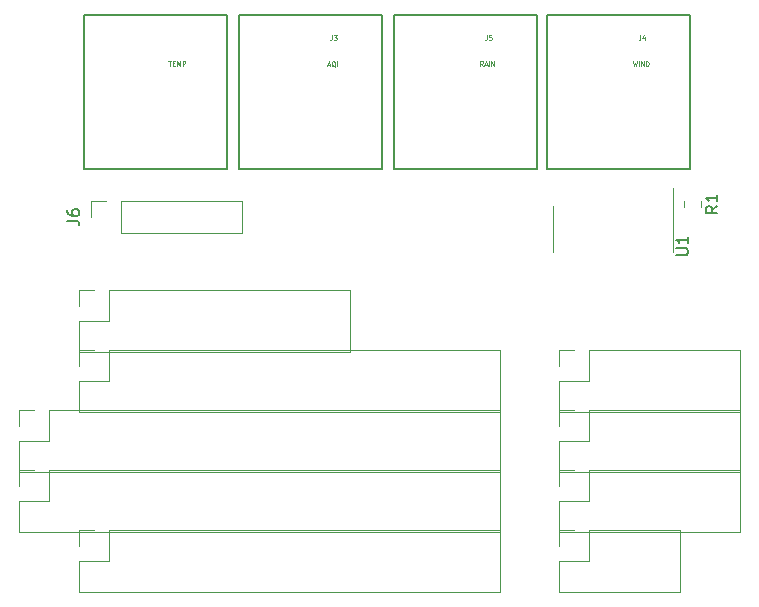
<source format=gto>
G04 #@! TF.GenerationSoftware,KiCad,Pcbnew,7.0.10-7.0.10~ubuntu22.04.1*
G04 #@! TF.CreationDate,2024-01-31T09:27:01+05:30*
G04 #@! TF.ProjectId,bir-weather-hat,6269722d-7765-4617-9468-65722d686174,rev?*
G04 #@! TF.SameCoordinates,Original*
G04 #@! TF.FileFunction,Legend,Top*
G04 #@! TF.FilePolarity,Positive*
%FSLAX46Y46*%
G04 Gerber Fmt 4.6, Leading zero omitted, Abs format (unit mm)*
G04 Created by KiCad (PCBNEW 7.0.10-7.0.10~ubuntu22.04.1) date 2024-01-31 09:27:01*
%MOMM*%
%LPD*%
G01*
G04 APERTURE LIST*
%ADD10C,0.025400*%
%ADD11C,0.150000*%
%ADD12C,0.203200*%
%ADD13C,0.120000*%
G04 APERTURE END LIST*
D10*
X153834533Y-49130287D02*
X153834533Y-49420573D01*
X153834533Y-49420573D02*
X153815180Y-49478630D01*
X153815180Y-49478630D02*
X153776476Y-49517335D01*
X153776476Y-49517335D02*
X153718418Y-49536687D01*
X153718418Y-49536687D02*
X153679714Y-49536687D01*
X154202228Y-49265754D02*
X154202228Y-49536687D01*
X154105466Y-49110935D02*
X154008704Y-49401220D01*
X154008704Y-49401220D02*
X154260285Y-49401220D01*
X153182991Y-51330287D02*
X153279753Y-51736687D01*
X153279753Y-51736687D02*
X153357162Y-51446401D01*
X153357162Y-51446401D02*
X153434572Y-51736687D01*
X153434572Y-51736687D02*
X153531334Y-51330287D01*
X153686152Y-51736687D02*
X153686152Y-51330287D01*
X153879676Y-51736687D02*
X153879676Y-51330287D01*
X153879676Y-51330287D02*
X154111905Y-51736687D01*
X154111905Y-51736687D02*
X154111905Y-51330287D01*
X154305428Y-51736687D02*
X154305428Y-51330287D01*
X154305428Y-51330287D02*
X154402190Y-51330287D01*
X154402190Y-51330287D02*
X154460247Y-51349639D01*
X154460247Y-51349639D02*
X154498952Y-51388344D01*
X154498952Y-51388344D02*
X154518305Y-51427049D01*
X154518305Y-51427049D02*
X154537657Y-51504458D01*
X154537657Y-51504458D02*
X154537657Y-51562515D01*
X154537657Y-51562515D02*
X154518305Y-51639925D01*
X154518305Y-51639925D02*
X154498952Y-51678630D01*
X154498952Y-51678630D02*
X154460247Y-51717335D01*
X154460247Y-51717335D02*
X154402190Y-51736687D01*
X154402190Y-51736687D02*
X154305428Y-51736687D01*
X140834533Y-49120287D02*
X140834533Y-49410573D01*
X140834533Y-49410573D02*
X140815180Y-49468630D01*
X140815180Y-49468630D02*
X140776476Y-49507335D01*
X140776476Y-49507335D02*
X140718418Y-49526687D01*
X140718418Y-49526687D02*
X140679714Y-49526687D01*
X141221580Y-49120287D02*
X141028056Y-49120287D01*
X141028056Y-49120287D02*
X141008704Y-49313811D01*
X141008704Y-49313811D02*
X141028056Y-49294458D01*
X141028056Y-49294458D02*
X141066761Y-49275106D01*
X141066761Y-49275106D02*
X141163523Y-49275106D01*
X141163523Y-49275106D02*
X141202228Y-49294458D01*
X141202228Y-49294458D02*
X141221580Y-49313811D01*
X141221580Y-49313811D02*
X141240933Y-49352515D01*
X141240933Y-49352515D02*
X141240933Y-49449277D01*
X141240933Y-49449277D02*
X141221580Y-49487982D01*
X141221580Y-49487982D02*
X141202228Y-49507335D01*
X141202228Y-49507335D02*
X141163523Y-49526687D01*
X141163523Y-49526687D02*
X141066761Y-49526687D01*
X141066761Y-49526687D02*
X141028056Y-49507335D01*
X141028056Y-49507335D02*
X141008704Y-49487982D01*
X140511981Y-51726687D02*
X140376514Y-51533163D01*
X140279752Y-51726687D02*
X140279752Y-51320287D01*
X140279752Y-51320287D02*
X140434571Y-51320287D01*
X140434571Y-51320287D02*
X140473276Y-51339639D01*
X140473276Y-51339639D02*
X140492629Y-51358992D01*
X140492629Y-51358992D02*
X140511981Y-51397696D01*
X140511981Y-51397696D02*
X140511981Y-51455754D01*
X140511981Y-51455754D02*
X140492629Y-51494458D01*
X140492629Y-51494458D02*
X140473276Y-51513811D01*
X140473276Y-51513811D02*
X140434571Y-51533163D01*
X140434571Y-51533163D02*
X140279752Y-51533163D01*
X140666800Y-51610573D02*
X140860324Y-51610573D01*
X140628095Y-51726687D02*
X140763562Y-51320287D01*
X140763562Y-51320287D02*
X140899029Y-51726687D01*
X141034495Y-51726687D02*
X141034495Y-51320287D01*
X141228019Y-51726687D02*
X141228019Y-51320287D01*
X141228019Y-51320287D02*
X141460248Y-51726687D01*
X141460248Y-51726687D02*
X141460248Y-51320287D01*
X127714533Y-49130287D02*
X127714533Y-49420573D01*
X127714533Y-49420573D02*
X127695180Y-49478630D01*
X127695180Y-49478630D02*
X127656476Y-49517335D01*
X127656476Y-49517335D02*
X127598418Y-49536687D01*
X127598418Y-49536687D02*
X127559714Y-49536687D01*
X127869352Y-49130287D02*
X128120933Y-49130287D01*
X128120933Y-49130287D02*
X127985466Y-49285106D01*
X127985466Y-49285106D02*
X128043523Y-49285106D01*
X128043523Y-49285106D02*
X128082228Y-49304458D01*
X128082228Y-49304458D02*
X128101580Y-49323811D01*
X128101580Y-49323811D02*
X128120933Y-49362515D01*
X128120933Y-49362515D02*
X128120933Y-49459277D01*
X128120933Y-49459277D02*
X128101580Y-49497982D01*
X128101580Y-49497982D02*
X128082228Y-49517335D01*
X128082228Y-49517335D02*
X128043523Y-49536687D01*
X128043523Y-49536687D02*
X127927409Y-49536687D01*
X127927409Y-49536687D02*
X127888704Y-49517335D01*
X127888704Y-49517335D02*
X127869352Y-49497982D01*
X127343600Y-51620573D02*
X127537124Y-51620573D01*
X127304895Y-51736687D02*
X127440362Y-51330287D01*
X127440362Y-51330287D02*
X127575829Y-51736687D01*
X127982229Y-51775392D02*
X127943524Y-51756039D01*
X127943524Y-51756039D02*
X127904819Y-51717335D01*
X127904819Y-51717335D02*
X127846762Y-51659277D01*
X127846762Y-51659277D02*
X127808057Y-51639925D01*
X127808057Y-51639925D02*
X127769353Y-51639925D01*
X127788705Y-51736687D02*
X127750000Y-51717335D01*
X127750000Y-51717335D02*
X127711295Y-51678630D01*
X127711295Y-51678630D02*
X127691943Y-51601220D01*
X127691943Y-51601220D02*
X127691943Y-51465754D01*
X127691943Y-51465754D02*
X127711295Y-51388344D01*
X127711295Y-51388344D02*
X127750000Y-51349639D01*
X127750000Y-51349639D02*
X127788705Y-51330287D01*
X127788705Y-51330287D02*
X127866114Y-51330287D01*
X127866114Y-51330287D02*
X127904819Y-51349639D01*
X127904819Y-51349639D02*
X127943524Y-51388344D01*
X127943524Y-51388344D02*
X127962876Y-51465754D01*
X127962876Y-51465754D02*
X127962876Y-51601220D01*
X127962876Y-51601220D02*
X127943524Y-51678630D01*
X127943524Y-51678630D02*
X127904819Y-51717335D01*
X127904819Y-51717335D02*
X127866114Y-51736687D01*
X127866114Y-51736687D02*
X127788705Y-51736687D01*
X128137047Y-51736687D02*
X128137047Y-51330287D01*
X113884609Y-51320287D02*
X114116838Y-51320287D01*
X114000724Y-51726687D02*
X114000724Y-51320287D01*
X114252304Y-51513811D02*
X114387771Y-51513811D01*
X114445828Y-51726687D02*
X114252304Y-51726687D01*
X114252304Y-51726687D02*
X114252304Y-51320287D01*
X114252304Y-51320287D02*
X114445828Y-51320287D01*
X114619999Y-51726687D02*
X114619999Y-51320287D01*
X114619999Y-51320287D02*
X114755466Y-51610573D01*
X114755466Y-51610573D02*
X114890933Y-51320287D01*
X114890933Y-51320287D02*
X114890933Y-51726687D01*
X115084456Y-51726687D02*
X115084456Y-51320287D01*
X115084456Y-51320287D02*
X115239275Y-51320287D01*
X115239275Y-51320287D02*
X115277980Y-51339639D01*
X115277980Y-51339639D02*
X115297333Y-51358992D01*
X115297333Y-51358992D02*
X115316685Y-51397696D01*
X115316685Y-51397696D02*
X115316685Y-51455754D01*
X115316685Y-51455754D02*
X115297333Y-51494458D01*
X115297333Y-51494458D02*
X115277980Y-51513811D01*
X115277980Y-51513811D02*
X115239275Y-51533163D01*
X115239275Y-51533163D02*
X115084456Y-51533163D01*
D11*
X156854819Y-67741904D02*
X157664342Y-67741904D01*
X157664342Y-67741904D02*
X157759580Y-67694285D01*
X157759580Y-67694285D02*
X157807200Y-67646666D01*
X157807200Y-67646666D02*
X157854819Y-67551428D01*
X157854819Y-67551428D02*
X157854819Y-67360952D01*
X157854819Y-67360952D02*
X157807200Y-67265714D01*
X157807200Y-67265714D02*
X157759580Y-67218095D01*
X157759580Y-67218095D02*
X157664342Y-67170476D01*
X157664342Y-67170476D02*
X156854819Y-67170476D01*
X157854819Y-66170476D02*
X157854819Y-66741904D01*
X157854819Y-66456190D02*
X156854819Y-66456190D01*
X156854819Y-66456190D02*
X156997676Y-66551428D01*
X156997676Y-66551428D02*
X157092914Y-66646666D01*
X157092914Y-66646666D02*
X157140533Y-66741904D01*
X160354819Y-63579166D02*
X159878628Y-63912499D01*
X160354819Y-64150594D02*
X159354819Y-64150594D01*
X159354819Y-64150594D02*
X159354819Y-63769642D01*
X159354819Y-63769642D02*
X159402438Y-63674404D01*
X159402438Y-63674404D02*
X159450057Y-63626785D01*
X159450057Y-63626785D02*
X159545295Y-63579166D01*
X159545295Y-63579166D02*
X159688152Y-63579166D01*
X159688152Y-63579166D02*
X159783390Y-63626785D01*
X159783390Y-63626785D02*
X159831009Y-63674404D01*
X159831009Y-63674404D02*
X159878628Y-63769642D01*
X159878628Y-63769642D02*
X159878628Y-64150594D01*
X160354819Y-62626785D02*
X160354819Y-63198213D01*
X160354819Y-62912499D02*
X159354819Y-62912499D01*
X159354819Y-62912499D02*
X159497676Y-63007737D01*
X159497676Y-63007737D02*
X159592914Y-63102975D01*
X159592914Y-63102975D02*
X159640533Y-63198213D01*
X105314819Y-64833333D02*
X106029104Y-64833333D01*
X106029104Y-64833333D02*
X106171961Y-64880952D01*
X106171961Y-64880952D02*
X106267200Y-64976190D01*
X106267200Y-64976190D02*
X106314819Y-65119047D01*
X106314819Y-65119047D02*
X106314819Y-65214285D01*
X105314819Y-63928571D02*
X105314819Y-64119047D01*
X105314819Y-64119047D02*
X105362438Y-64214285D01*
X105362438Y-64214285D02*
X105410057Y-64261904D01*
X105410057Y-64261904D02*
X105552914Y-64357142D01*
X105552914Y-64357142D02*
X105743390Y-64404761D01*
X105743390Y-64404761D02*
X106124342Y-64404761D01*
X106124342Y-64404761D02*
X106219580Y-64357142D01*
X106219580Y-64357142D02*
X106267200Y-64309523D01*
X106267200Y-64309523D02*
X106314819Y-64214285D01*
X106314819Y-64214285D02*
X106314819Y-64023809D01*
X106314819Y-64023809D02*
X106267200Y-63928571D01*
X106267200Y-63928571D02*
X106219580Y-63880952D01*
X106219580Y-63880952D02*
X106124342Y-63833333D01*
X106124342Y-63833333D02*
X105886247Y-63833333D01*
X105886247Y-63833333D02*
X105791009Y-63880952D01*
X105791009Y-63880952D02*
X105743390Y-63928571D01*
X105743390Y-63928571D02*
X105695771Y-64023809D01*
X105695771Y-64023809D02*
X105695771Y-64214285D01*
X105695771Y-64214285D02*
X105743390Y-64309523D01*
X105743390Y-64309523D02*
X105791009Y-64357142D01*
X105791009Y-64357142D02*
X105886247Y-64404761D01*
D12*
X158070000Y-60450000D02*
X158070000Y-47450000D01*
X158070000Y-60450000D02*
X145950000Y-60450000D01*
X158070000Y-47450000D02*
X145950000Y-47450000D01*
X145950000Y-47450000D02*
X145950000Y-60450000D01*
X145070000Y-60440000D02*
X145070000Y-47440000D01*
X145070000Y-60440000D02*
X132950000Y-60440000D01*
X145070000Y-47440000D02*
X132950000Y-47440000D01*
X132950000Y-47440000D02*
X132950000Y-60440000D01*
X131950000Y-60450000D02*
X131950000Y-47450000D01*
X131950000Y-60450000D02*
X119830000Y-60450000D01*
X131950000Y-47450000D02*
X119830000Y-47450000D01*
X119830000Y-47450000D02*
X119830000Y-60450000D01*
X106700000Y-47440000D02*
X106700000Y-60440000D01*
X118820000Y-47440000D02*
X106700000Y-47440000D01*
X118820000Y-60440000D02*
X106700000Y-60440000D01*
X118820000Y-60440000D02*
X118820000Y-47440000D01*
D13*
X156560000Y-65500000D02*
X156560000Y-62050000D01*
X156560000Y-65500000D02*
X156560000Y-67450000D01*
X146440000Y-65500000D02*
X146440000Y-63550000D01*
X146440000Y-65500000D02*
X146440000Y-67450000D01*
X146930000Y-91170000D02*
X162290000Y-91170000D01*
X146930000Y-91170000D02*
X146930000Y-88570000D01*
X162290000Y-91170000D02*
X162290000Y-85970000D01*
X146930000Y-88570000D02*
X149530000Y-88570000D01*
X149530000Y-88570000D02*
X149530000Y-85970000D01*
X146930000Y-87300000D02*
X146930000Y-85970000D01*
X146930000Y-85970000D02*
X148260000Y-85970000D01*
X149530000Y-85970000D02*
X162290000Y-85970000D01*
X146930000Y-96250000D02*
X157210000Y-96250000D01*
X146930000Y-96250000D02*
X146930000Y-93650000D01*
X157210000Y-96250000D02*
X157210000Y-91050000D01*
X146930000Y-93650000D02*
X149530000Y-93650000D01*
X149530000Y-93650000D02*
X149530000Y-91050000D01*
X146930000Y-92380000D02*
X146930000Y-91050000D01*
X146930000Y-91050000D02*
X148260000Y-91050000D01*
X149530000Y-91050000D02*
X157210000Y-91050000D01*
X106290000Y-96250000D02*
X141970000Y-96250000D01*
X106290000Y-96250000D02*
X106290000Y-93650000D01*
X141970000Y-96250000D02*
X141970000Y-91050000D01*
X106290000Y-93650000D02*
X108890000Y-93650000D01*
X108890000Y-93650000D02*
X108890000Y-91050000D01*
X106290000Y-92380000D02*
X106290000Y-91050000D01*
X106290000Y-91050000D02*
X107620000Y-91050000D01*
X108890000Y-91050000D02*
X141970000Y-91050000D01*
X106290000Y-81010000D02*
X141970000Y-81010000D01*
X106290000Y-81010000D02*
X106290000Y-78410000D01*
X141970000Y-81010000D02*
X141970000Y-75810000D01*
X106290000Y-78410000D02*
X108890000Y-78410000D01*
X108890000Y-78410000D02*
X108890000Y-75810000D01*
X106290000Y-77140000D02*
X106290000Y-75810000D01*
X106290000Y-75810000D02*
X107620000Y-75810000D01*
X108890000Y-75810000D02*
X141970000Y-75810000D01*
X158985000Y-63185436D02*
X158985000Y-63639564D01*
X157515000Y-63185436D02*
X157515000Y-63639564D01*
X101210000Y-86090000D02*
X141970000Y-86090000D01*
X101210000Y-86090000D02*
X101210000Y-83490000D01*
X141970000Y-86090000D02*
X141970000Y-80890000D01*
X101210000Y-83490000D02*
X103810000Y-83490000D01*
X103810000Y-83490000D02*
X103810000Y-80890000D01*
X101210000Y-82220000D02*
X101210000Y-80890000D01*
X101210000Y-80890000D02*
X102540000Y-80890000D01*
X103810000Y-80890000D02*
X141970000Y-80890000D01*
X109900000Y-65830000D02*
X120120000Y-65830000D01*
X109900000Y-65830000D02*
X109900000Y-63170000D01*
X120120000Y-65830000D02*
X120120000Y-63170000D01*
X107300000Y-64500000D02*
X107300000Y-63170000D01*
X107300000Y-63170000D02*
X108630000Y-63170000D01*
X109900000Y-63170000D02*
X120120000Y-63170000D01*
X146930000Y-86090000D02*
X162290000Y-86090000D01*
X146930000Y-86090000D02*
X146930000Y-83490000D01*
X162290000Y-86090000D02*
X162290000Y-80890000D01*
X146930000Y-83490000D02*
X149530000Y-83490000D01*
X149530000Y-83490000D02*
X149530000Y-80890000D01*
X146930000Y-82220000D02*
X146930000Y-80890000D01*
X146930000Y-80890000D02*
X148260000Y-80890000D01*
X149530000Y-80890000D02*
X162290000Y-80890000D01*
X106290000Y-75930000D02*
X129270000Y-75930000D01*
X106290000Y-75930000D02*
X106290000Y-73330000D01*
X129270000Y-75930000D02*
X129270000Y-70730000D01*
X106290000Y-73330000D02*
X108890000Y-73330000D01*
X108890000Y-73330000D02*
X108890000Y-70730000D01*
X106290000Y-72060000D02*
X106290000Y-70730000D01*
X106290000Y-70730000D02*
X107620000Y-70730000D01*
X108890000Y-70730000D02*
X129270000Y-70730000D01*
X101210000Y-91170000D02*
X141970000Y-91170000D01*
X101210000Y-91170000D02*
X101210000Y-88570000D01*
X141970000Y-91170000D02*
X141970000Y-85970000D01*
X101210000Y-88570000D02*
X103810000Y-88570000D01*
X103810000Y-88570000D02*
X103810000Y-85970000D01*
X101210000Y-87300000D02*
X101210000Y-85970000D01*
X101210000Y-85970000D02*
X102540000Y-85970000D01*
X103810000Y-85970000D02*
X141970000Y-85970000D01*
X146930000Y-81010000D02*
X162290000Y-81010000D01*
X146930000Y-81010000D02*
X146930000Y-78410000D01*
X162290000Y-81010000D02*
X162290000Y-75810000D01*
X146930000Y-78410000D02*
X149530000Y-78410000D01*
X149530000Y-78410000D02*
X149530000Y-75810000D01*
X146930000Y-77140000D02*
X146930000Y-75810000D01*
X146930000Y-75810000D02*
X148260000Y-75810000D01*
X149530000Y-75810000D02*
X162290000Y-75810000D01*
M02*

</source>
